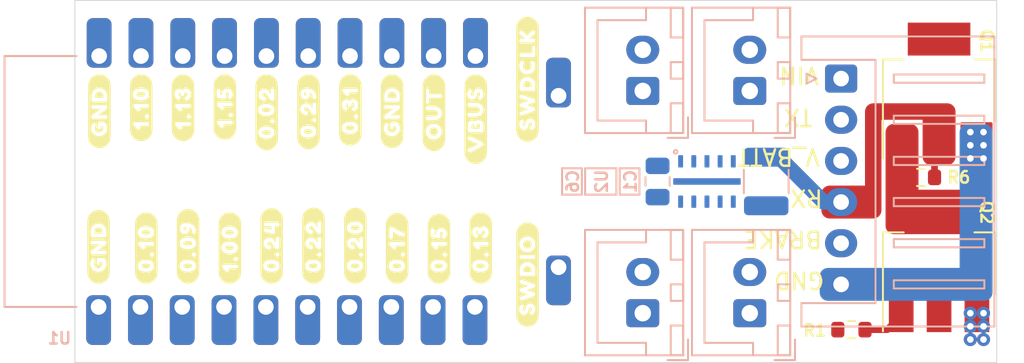
<source format=kicad_pcb>
(kicad_pcb (version 20210126) (generator pcbnew)
  (layers (0 "F.Cu" signal) (31 "B.Cu" signal) (34 "B.Paste" user) (35 "F.Paste" user) (36 "B.SilkS" user "B.Silkscreen") (37 "F.SilkS" user "F.Silkscreen") (38 "B.Mask" user) (39 "F.Mask" user) (44 "Edge.Cuts" user))
  (net 0 "")
  (net 1 "/TSDZ2_VIN")
  (net 2 "/TSDZ2_TX")
  (net 3 "/V_BATT")
  (net 4 "/TSDZ2_RX")
  (net 5 "/TSDZ2_BRAKE_INPUT")
  (net 6 "GND")
  (net 9 "VBUS")
  (net 10 "Net-(Q1-Pad1)")
  (net 11 "Net-(Q2-Pad1)")
  (net 12 "/P1.00")
  (footprint "buzzardLabel" (layer "F.Cu") (at 65.7352 63.5 90)
    (fp_text reference "" (at 0 0 90) (layer "F.SilkS") (effects (font (size 0.7 0.7))))
    (fp_text value "" (at 0 0 90) (layer "F.SilkS") (effects (font (size 0.7 0.7))))
  )
  (footprint "buzzardLabel" (layer "F.Cu") (at 68.2752 63.5 90)
    (fp_text reference "" (at 0 0 90) (layer "F.SilkS") (effects (font (size 0.7 0.7))))
    (fp_text value "" (at 0 0 90) (layer "F.SilkS") (effects (font (size 0.7 0.7))))
  )
  (footprint "buzzardLabel" (layer "F.Cu") (at 60.6552 63.5 90)
    (fp_text reference "" (at 0 0 90) (layer "F.SilkS") (effects (font (size 0.7 0.7))))
    (fp_text value "" (at 0 0 90) (layer "F.SilkS") (effects (font (size 0.7 0.7))))
  )
  (footprint "buzzardLabel" (layer "F.Cu") (at 63.1952 63.5 90)
    (fp_text reference "" (at 0 0 90) (layer "F.SilkS") (effects (font (size 0.7 0.7))))
    (fp_text value "" (at 0 0 90) (layer "F.SilkS") (effects (font (size 0.7 0.7))))
  )
  (footprint "Resistor_SMD:R_0603_1608Metric" (layer "F.Cu") (at 96.175 79 180)
    (fp_text reference "R1" (at 2.225 -0.05) (layer "F.SilkS") (effects (font (size 0.7 0.7))))
    (fp_text value "R_Small")
    (pad "1" smd roundrect (at -0.825 0 180) (size 0.8 0.95) (layers "F.Cu" "F.Paste" "F.Mask") (net 11 "Net-(Q2-Pad1)"))
    (pad "2" smd roundrect (at 0.825 0 180) (size 0.8 0.95) (layers "F.Cu" "F.Paste" "F.Mask") (net 12 "/P1.00"))
  )
  (footprint "buzzardLabel" (layer "F.Cu") (at 53.34 76.2 90)
    (fp_text reference "" (at 0 0 90) (layer "F.SilkS") (effects (font (size 0.7 0.7))))
    (fp_text value "" (at 0 0 90) (layer "F.SilkS") (effects (font (size 0.7 0.7))))
  )
  (footprint "buzzardLabel" (layer "F.Cu") (at 58.1152 63.5 90)
    (fp_text reference "" (at 0 0 90) (layer "F.SilkS") (effects (font (size 0.7 0.7))))
    (fp_text value "" (at 0 0 90) (layer "F.SilkS") (effects (font (size 0.7 0.7))))
  )
  (footprint "buzzardLabel" (layer "F.Cu") (at 53.0352 63.5 90)
    (fp_text reference "" (at 0 0 90) (layer "F.SilkS") (effects (font (size 0.7 0.7))))
    (fp_text value "" (at 0 0 90) (layer "F.SilkS") (effects (font (size 0.7 0.7))))
  )
  (footprint "buzzardLabel" (layer "F.Cu") (at 55.5752 63.5 90)
    (fp_text reference "" (at 0 0 90) (layer "F.SilkS") (effects (font (size 0.7 0.7))))
    (fp_text value "" (at 0 0 90) (layer "F.SilkS") (effects (font (size 0.7 0.7))))
  )
  (footprint "buzzardLabel" (layer "F.Cu") (at 76.5 72.5 90)
    (fp_text reference "" (at 0 0 90) (layer "F.SilkS") (effects (font (size 0.7 0.7))))
    (fp_text value "" (at 0 0 90) (layer "F.SilkS") (effects (font (size 0.7 0.7))))
  )
  (footprint "buzzardLabel" (layer "F.Cu") (at 50.4952 63.5 90)
    (fp_text reference "" (at 0 0 90) (layer "F.SilkS") (effects (font (size 0.7 0.7))))
    (fp_text value "" (at 0 0 90) (layer "F.SilkS") (effects (font (size 0.7 0.7))))
  )
  (footprint "buzzardLabel" (layer "F.Cu") (at 50.4444 76.2 90)
    (fp_text reference "" (at 0 0 90) (layer "F.SilkS") (effects (font (size 0.7 0.7))))
    (fp_text value "" (at 0 0 90) (layer "F.SilkS") (effects (font (size 0.7 0.7))))
  )
  (footprint "Package_TO_SOT_SMD:SOT-223-3_TabPin2" (layer "F.Cu") (at 101.5 75 90)
    (fp_text reference "Q2" (at 3.118 2.894 -90 unlocked) (layer "F.SilkS") (effects (font (size 0.7 0.7))))
    (fp_text value "BSP89")
    (pad "1" smd rect (at -3.15 -2.3 90) (size 2 1.5) (layers "F.Cu" "F.Paste" "F.Mask") (net 11 "Net-(Q2-Pad1)"))
    (pad "2" smd rect (at -3.15 0 90) (size 2 1.5) (layers "F.Cu" "F.Paste" "F.Mask") (net 10 "Net-(Q1-Pad1)"))
    (pad "2" smd rect (at 3.15 0 90) (size 2 3.8) (layers "F.Cu" "F.Paste" "F.Mask") (net 10 "Net-(Q1-Pad1)"))
    (pad "3" smd rect (at -3.15 2.3 90) (size 2 1.5) (layers "F.Cu" "F.Paste" "F.Mask") (net 6 "GND"))
  )
  (footprint "buzzardLabel" (layer "F.Cu") (at 55.88 76.2 90)
    (fp_text reference "" (at 0 0 90) (layer "F.SilkS") (effects (font (size 0.7 0.7))))
    (fp_text value "" (at 0 0 90) (layer "F.SilkS") (effects (font (size 0.7 0.7))))
  )
  (footprint "buzzardLabel" (layer "F.Cu") (at 73.66 76.2 90)
    (fp_text reference "" (at 0 0 90) (layer "F.SilkS") (effects (font (size 0.7 0.7))))
    (fp_text value "" (at 0 0 90) (layer "F.SilkS") (effects (font (size 0.7 0.7))))
  )
  (footprint "buzzardLabel" (layer "F.Cu") (at 76.5 60 90)
    (fp_text reference "" (at 0 0 90) (layer "F.SilkS") (effects (font (size 0.7 0.7))))
    (fp_text value "" (at 0 0 90) (layer "F.SilkS") (effects (font (size 0.7 0.7))))
  )
  (footprint "buzzardLabel" (layer "F.Cu") (at 66.04 76.2 90)
    (fp_text reference "" (at 0 0 90) (layer "F.SilkS") (effects (font (size 0.7 0.7))))
    (fp_text value "" (at 0 0 90) (layer "F.SilkS") (effects (font (size 0.7 0.7))))
  )
  (footprint "Package_TO_SOT_SMD:SOT-223-3_TabPin2" (layer "F.Cu") (at 101.5 64.5 90)
    (fp_text reference "Q1" (at 3.032 2.894 -90 unlocked) (layer "F.SilkS") (effects (font (size 0.7 0.7))))
    (fp_text value "BTS4140N ")
    (pad "1" smd rect (at -3.15 -2.3 90) (size 2 1.5) (layers "F.Cu" "F.Paste" "F.Mask") (net 10 "Net-(Q1-Pad1)"))
    (pad "2" smd rect (at -3.15 0 90) (size 2 1.5) (layers "F.Cu" "F.Paste" "F.Mask") (net 3 "/V_BATT"))
    (pad "2" smd rect (at 3.15 0 90) (size 2 3.8) (layers "F.Cu" "F.Paste" "F.Mask") (net 3 "/V_BATT"))
    (pad "3" smd rect (at -3.15 2.3 90) (size 2 1.5) (layers "F.Cu" "F.Paste" "F.Mask") (net 1 "/TSDZ2_VIN"))
  )
  (footprint "buzzardLabel" (layer "F.Cu") (at 68.58 76.2 90)
    (fp_text reference "" (at 0 0 90) (layer "F.SilkS") (effects (font (size 0.7 0.7))))
    (fp_text value "" (at 0 0 90) (layer "F.SilkS") (effects (font (size 0.7 0.7))))
  )
  (footprint "buzzardLabel" (layer "F.Cu") (at 71.12 76.2 90)
    (fp_text reference "" (at 0 0 90) (layer "F.SilkS") (effects (font (size 0.7 0.7))))
    (fp_text value "" (at 0 0 90) (layer "F.SilkS") (effects (font (size 0.7 0.7))))
  )
  (footprint "buzzardLabel" (layer "F.Cu") (at 70.8152 63.5 90)
    (fp_text reference "" (at 0 0 90) (layer "F.SilkS") (effects (font (size 0.7 0.7))))
    (fp_text value "" (at 0 0 90) (layer "F.SilkS") (effects (font (size 0.7 0.7))))
  )
  (footprint "buzzardLabel" (layer "F.Cu") (at 58.42 76.2 90)
    (fp_text reference "" (at 0 0 90) (layer "F.SilkS") (effects (font (size 0.7 0.7))))
    (fp_text value "" (at 0 0 90) (layer "F.SilkS") (effects (font (size 0.7 0.7))))
  )
  (footprint "buzzardLabel" (layer "F.Cu") (at 60.96 76.2 90)
    (fp_text reference "" (at 0 0 90) (layer "F.SilkS") (effects (font (size 0.7 0.7))))
    (fp_text value "" (at 0 0 90) (layer "F.SilkS") (effects (font (size 0.7 0.7))))
  )
  (footprint "buzzardLabel" (layer "F.Cu") (at 73.3552 63.5 90)
    (fp_text reference "" (at 0 0 90) (layer "F.SilkS") (effects (font (size 0.7 0.7))))
    (fp_text value "" (at 0 0 90) (layer "F.SilkS") (effects (font (size 0.7 0.7))))
  )
  (footprint "Resistor_SMD:R_0603_1608Metric" (layer "F.Cu") (at 100.4 69.75 180)
    (fp_text reference "R6" (at -2.3 0) (layer "F.SilkS") (effects (font (size 0.7 0.7))))
    (fp_text value "R_Small")
    (pad "1" smd roundrect (at -0.825 0 180) (size 0.8 0.95) (layers "F.Cu" "F.Paste" "F.Mask") (net 3 "/V_BATT"))
    (pad "2" smd roundrect (at 0.825 0 180) (size 0.8 0.95) (layers "F.Cu" "F.Paste" "F.Mask") (net 10 "Net-(Q1-Pad1)"))
  )
  (footprint "buzzardLabel" (layer "F.Cu") (at 63.5 76.2 90)
    (fp_text reference "" (at 0 0 90) (layer "F.SilkS") (effects (font (size 0.7 0.7))))
    (fp_text value "" (at 0 0 90) (layer "F.SilkS") (effects (font (size 0.7 0.7))))
  )
  (footprint "stanislao_nrf-backups:TPSM265R1" (layer "B.Cu") (at 87.4 70 -90)
    (fp_text reference "U2" (at 0 6.4 -270 unlocked) (layer "B.SilkS") (effects (font (size 0.7 0.7)) (justify mirror)))
    (fp_text value "TPSM265R1")
    (pad "1" smd roundrect (at -1.225 1.6 270) (size 0.75 0.3) (layers "B.Cu" "B.Paste" "B.Mask") (roundrect_rratio 0.167) (net 9 "VBUS"))
    (pad "2" smd roundrect (at -1.225 0.8 270) (size 0.75 0.3) (layers "B.Cu" "B.Paste" "B.Mask") (roundrect_rratio 0.167))
    (pad "3" smd roundrect (at -1.225 0 270) (size 0.75 0.3) (layers "B.Cu" "B.Paste" "B.Mask") (roundrect_rratio 0.167) (net 6 "GND"))
    (pad "4" smd roundrect (at -1.225 -0.8 270) (size 0.75 0.3) (layers "B.Cu" "B.Paste" "B.Mask") (roundrect_rratio 0.167) (net 3 "/V_BATT"))
    (pad "5" smd roundrect (at -1.225 -1.6 270) (size 0.75 0.3) (layers "B.Cu" "B.Paste" "B.Mask") (roundrect_rratio 0.167) (net 3 "/V_BATT"))
    (pad "6" smd roundrect (at 1.225 -1.6 270) (size 0.75 0.3) (layers "B.Cu" "B.Paste" "B.Mask") (roundrect_rratio 0.167) (net 6 "GND"))
    (pad "7" smd roundrect (at 1.225 -0.8 270) (size 0.75 0.3) (layers "B.Cu" "B.Paste" "B.Mask") (roundrect_rratio 0.167))
    (pad "8" smd roundrect (at 1.225 0 270) (size 0.75 0.3) (layers "B.Cu" "B.Paste" "B.Mask") (roundrect_rratio 0.167) (net 9 "VBUS"))
    (pad "9" smd roundrect (at 1.225 0.8 270) (size 0.75 0.3) (layers "B.Cu" "B.Paste" "B.Mask") (roundrect_rratio 0.167) (net 3 "/V_BATT"))
    (pad "10" smd roundrect (at 1.225 1.6 270) (size 0.75 0.3) (layers "B.Cu" "B.Paste" "B.Mask") (roundrect_rratio 0.167))
    (pad "11" smd roundrect (at 0 0 180) (size 4.1 0.4) (layers "B.Cu" "B.Paste" "B.Mask") (roundrect_rratio 0.125) (net 6 "GND"))
    (zone (net 0) (net_name "") (layer "B.Cu") (connect_pads (clearance 0)) (min_thickness 0.254)
      (keepout (tracks not_allowed) (vias not_allowed) (pads not_allowed) (copperpour not_allowed) (footprints allowed))
      (fill (thermal_gap 0.508) (thermal_bridge_width 0.508))
      (polygon (pts (xy 86 70.8) (xy 86 71.65) (xy 86.4 71.65) (xy 86.4 70.8) (xy 86.8 70.8) (xy 86.8 71.65) (xy 87.2 71.65) (xy 87.2 70.8) (xy 87.6 70.8) (xy 87.6 71.65) (xy 88 71.65) (xy 88 70.25) (xy 85.3 70.25) (xy 85.3 70.8)))
    )
    (zone (net 0) (net_name "") (layer "B.Cu") (connect_pads (clearance 0)) (min_thickness 0.254)
      (keepout (tracks not_allowed) (vias not_allowed) (pads not_allowed) (copperpour not_allowed) (footprints allowed))
      (fill (thermal_gap 0.508) (thermal_bridge_width 0.508))
      (polygon (pts (xy 87.2 69.75) (xy 87.2 68.35) (xy 86.8 68.35) (xy 86.8 69.2) (xy 86.4 69.2) (xy 86.4 68.35) (xy 86 68.35) (xy 86 69.2) (xy 85.3 69.2) (xy 85.3 69.75)))
    )
    (zone (net 0) (net_name "") (layer "B.Cu") (connect_pads (clearance 0)) (min_thickness 0.254)
      (keepout (tracks not_allowed) (vias not_allowed) (pads not_allowed) (copperpour not_allowed) (footprints allowed))
      (fill (thermal_gap 0.508) (thermal_bridge_width 0.508))
      (polygon (pts (xy 89.5 69.75) (xy 89.5 69.2) (xy 88 69.2) (xy 88 68.35) (xy 87.6 68.35) (xy 87.6 69.75)))
    )
  )
  (footprint "Connector_JST:JST_XH_S6B-XH-A_1x06_P2.50mm_Horizontal" (layer "B.Cu") (at 95.55 63.75 -90)
    (fp_text reference "J1" hide)
    (fp_text value "JST_HX_S6B")
    (pad "1" thru_hole roundrect (at 0 0 270) (size 1.7 1.95) (drill 0.95) (layers *.Cu *.Mask) (roundrect_rratio 0.1470588235294118) (net 6 "GND"))
    (pad "2" thru_hole oval (at 2.5 0 270) (size 1.7 1.95) (drill 0.95) (layers *.Cu *.Mask) (net 5 "/TSDZ2_BRAKE_INPUT"))
    (pad "3" thru_hole oval (at 5 0 270) (size 1.7 1.95) (drill 0.95) (layers *.Cu *.Mask) (net 4 "/TSDZ2_RX"))
    (pad "4" thru_hole oval (at 7.5 0 270) (size 1.7 1.95) (drill 0.95) (layers *.Cu *.Mask) (net 3 "/V_BATT"))
    (pad "5" thru_hole oval (at 10 0 270) (size 1.7 1.95) (drill 0.95) (layers *.Cu *.Mask) (net 2 "/TSDZ2_TX"))
    (pad "6" thru_hole oval (at 12.5 0 270) (size 1.7 1.95) (drill 0.95) (layers *.Cu *.Mask) (net 1 "/TSDZ2_VIN"))
  )
  (footprint "Connector_JST:JST_XH_B2B-XH-A_1x02_P2.50mm_Vertical" (layer "B.Cu") (at 83.5 64.5 90)
    (fp_text reference "J5" hide)
    (fp_text value "Conn_01x02")
    (pad "1" thru_hole roundrect (at 0 0 90) (size 1.7 2) (drill 1) (layers *.Cu *.Mask) (roundrect_rratio 0.147059))
    (pad "2" thru_hole oval (at 2.5 0 90) (size 1.7 2) (drill 1) (layers *.Cu *.Mask))
  )
  (footprint "Connector_JST:JST_XH_B2B-XH-A_1x02_P2.50mm_Vertical" (layer "B.Cu") (at 83.5 78 90)
    (fp_text reference "J3" hide)
    (fp_text value "Conn_01x02")
    (pad "1" thru_hole roundrect (at 0 0 90) (size 1.7 2) (drill 1) (layers *.Cu *.Mask) (roundrect_rratio 0.147059))
    (pad "2" thru_hole oval (at 2.5 0 90) (size 1.7 2) (drill 1) (layers *.Cu *.Mask))
  )
  (footprint "Connector_JST:JST_XH_B2B-XH-A_1x02_P2.50mm_Vertical" (layer "B.Cu") (at 90 64.5 90)
    (fp_text reference "J4" hide)
    (fp_text value "Conn_01x02")
    (pad "1" thru_hole roundrect (at 0 0 90) (size 1.7 2) (drill 1) (layers *.Cu *.Mask) (roundrect_rratio 0.147059))
    (pad "2" thru_hole oval (at 2.5 0 90) (size 1.7 2) (drill 1) (layers *.Cu *.Mask))
  )
  (footprint "Capacitor_SMD:C_1210_3225Metric" (layer "B.Cu") (at 91 70 -90)
    (fp_text reference "C1" (at 0 8.25 -90) (layer "B.SilkS") (effects (font (size 0.7 0.7)) (justify mirror)))
    (fp_text value "2.2uF")
    (pad "1" smd roundrect (at -1.475 0 270) (size 1.15 2.7) (layers "B.Cu" "B.Paste" "B.Mask") (roundrect_rratio 0.217391) (net 3 "/V_BATT"))
    (pad "2" smd roundrect (at 1.475 0 270) (size 1.15 2.7) (layers "B.Cu" "B.Paste" "B.Mask") (roundrect_rratio 0.217391) (net 6 "GND"))
  )
  (footprint "Capacitor_SMD:C_0805_2012Metric" (layer "B.Cu") (at 84.4 70 -90)
    (fp_text reference "C6" (at 0 5.15 90) (layer "B.SilkS") (effects (font (size 0.7 0.7)) (justify mirror)))
    (fp_text value "22uF")
    (pad "1" smd roundrect (at -0.95 0 270) (size 1 1.45) (layers "B.Cu" "B.Paste" "B.Mask") (net 9 "VBUS"))
    (pad "2" smd roundrect (at 0.95 0 270) (size 1 1.45) (layers "B.Cu" "B.Paste" "B.Mask") (net 6 "GND"))
  )
  (footprint "stanislao_nrf-backups:MODULE_NRF52840-DONGLE" (layer "B.Cu") (at 67.75 70)
    (fp_text reference "U1" (at -19.685 9.525 180) (layer "B.SilkS") (effects (font (size 0.7 0.7)) (justify mirror)))
    (fp_text value "NRF52840-DONGLE")
    (pad "0.02" thru_hole roundrect (at -7.112 -7.62 270) (size 3.016 1.508) (drill 0.95 (offset -0.8 0)) (layers *.Cu *.Mask))
    (pad "0.09" thru_hole roundrect (at -12.225 7.62 270) (size 3.016 1.508) (drill 0.95 (offset 0.8 0)) (layers *.Cu *.Mask) (net 5 "/TSDZ2_BRAKE_INPUT"))
    (pad "0.10" thru_hole roundrect (at -14.765 7.62 270) (size 3.016 1.508) (drill 0.95 (offset 0.8 0)) (layers *.Cu *.Mask))
    (pad "0.13" thru_hole roundrect (at 5.555 7.62 270) (size 3.016 1.508) (drill 0.95 (offset 0.8 0)) (layers *.Cu *.Mask))
    (pad "0.15" thru_hole roundrect (at 3.015 7.62 270) (size 3.016 1.508) (drill 0.95 (offset 0.8 0)) (layers *.Cu *.Mask))
    (pad "0.17" thru_hole roundrect (at 0.475 7.62 270) (size 3.016 1.508) (drill 0.95 (offset 0.8 0)) (layers *.Cu *.Mask))
    (pad "0.20" thru_hole roundrect (at -2.065 7.62 270) (size 3.016 1.508) (drill 0.95 (offset 0.8 0)) (layers *.Cu *.Mask))
    (pad "0.22" thru_hole roundrect (at -4.605 7.62 270) (size 3.016 1.508) (drill 0.95 (offset 0.8 0)) (layers *.Cu *.Mask) (net 4 "/TSDZ2_RX"))
    (pad "0.24" thru_hole roundrect (at -7.145 7.62 270) (size 3.016 1.508) (drill 0.95 (offset 0.8 0)) (layers *.Cu *.Mask) (net 2 "/TSDZ2_TX"))
    (pad "0.29" thru_hole roundrect (at -4.572 -7.62 270) (size 3.016 1.508) (drill 0.95 (offset -0.8 0)) (layers *.Cu *.Mask))
    (pad "0.31" thru_hole roundrect (at -2.032 -7.62 270) (size 3.016 1.508) (drill 0.95 (offset -0.8 0)) (layers *.Cu *.Mask))
    (pad "1.00" thru_hole roundrect (at -9.685 7.62 270) (size 3.016 1.508) (drill 0.95 (offset 0.8 0)) (layers *.Cu *.Mask) (net 12 "/P1.00"))
    (pad "1.10" thru_hole roundrect (at -14.732 -7.62 270) (size 3.016 1.508) (drill 0.95 (offset -0.8 0)) (layers *.Cu *.Mask))
    (pad "1.13" thru_hole roundrect (at -12.192 -7.62 270) (size 3.016 1.508) (drill 0.95 (offset -0.8 0)) (layers *.Cu *.Mask))
    (pad "1.15" thru_hole roundrect (at -9.652 -7.62 270) (size 3.016 1.508) (drill 0.95 (offset -0.8 0)) (layers *.Cu *.Mask))
    (pad "G1" thru_hole roundrect (at -17.305 7.62 270) (size 3.016 1.508) (drill 0.95 (offset 0.8 0)) (layers *.Cu *.Mask) (net 6 "GND"))
    (pad "G2" thru_hole roundrect (at -17.272 -7.62 270) (size 3.016 1.508) (drill 0.95 (offset -0.8 0)) (layers *.Cu *.Mask) (net 6 "GND"))
    (pad "G3" thru_hole roundrect (at 0.508 -7.62 270) (size 3.016 1.508) (drill 0.95 (offset -0.8 0)) (layers *.Cu *.Mask) (net 6 "GND"))
    (pad "OUT" thru_hole roundrect (at 3.048 -7.62 270) (size 3.016 1.508) (drill 0.95 (offset -0.8 0)) (layers *.Cu *.Mask))
    (pad "SWDCLK" thru_hole roundrect (at 10.635 -5.207 270) (size 3.016 1.508) (drill 0.95 (offset -0.8 0)) (layers *.Cu *.Mask))
    (pad "SWDIO" thru_hole roundrect (at 10.635 5.207 270) (size 3.016 1.508) (drill 0.95 (offset 0.8 0)) (layers *.Cu *.Mask))
    (pad "VBUS" thru_hole roundrect (at 5.588 -7.62 270) (size 3.016 1.508) (drill 0.95 (offset -0.8 0)) (layers *.Cu *.Mask) (net 9 "VBUS"))
  )
  (footprint "Connector_JST:JST_XH_B2B-XH-A_1x02_P2.50mm_Vertical" (layer "B.Cu") (at 90 78 90)
    (fp_text reference "J2" hide)
    (fp_text value "Conn_01x02")
    (pad "1" thru_hole roundrect (at 0 0 90) (size 1.7 2) (drill 1) (layers *.Cu *.Mask) (roundrect_rratio 0.147059))
    (pad "2" thru_hole oval (at 2.5 0 90) (size 1.7 2) (drill 1) (layers *.Cu *.Mask))
  )
  (gr_line (start 81.9 70.8) (end 81.9 69.2) (layer "B.SilkS") (width 0.12))
  (gr_line (start 83.3 70.8) (end 83.3 69.2) (layer "B.SilkS") (width 0.12))
  (gr_line (start 79.8 69.2) (end 79.8 70.8) (layer "B.SilkS") (width 0.12))
  (gr_line (start 78.6 69.2) (end 79.8 69.2) (layer "B.SilkS") (width 0.12))
  (gr_line (start 82.1 70.8) (end 83.3 70.8) (layer "B.SilkS") (width 0.12))
  (gr_line (start 80 70.8) (end 81.9 70.8) (layer "B.SilkS") (width 0.12))
  (gr_line (start 81.9 69.2) (end 80 69.2) (layer "B.SilkS") (width 0.12))
  (gr_line (start 82.1 69.2) (end 82.1 70.8) (layer "B.SilkS") (width 0.12))
  (gr_line (start 80 69.2) (end 80 70.8) (layer "B.SilkS") (width 0.12))
  (gr_line (start 78.6 70.8) (end 78.6 69.2) (layer "B.SilkS") (width 0.12))
  (gr_line (start 83.3 69.2) (end 82.1 69.2) (layer "B.SilkS") (width 0.12))
  (gr_line (start 79.8 70.8) (end 78.6 70.8) (layer "B.SilkS") (width 0.12))
  (gr_line (start 49 59) (end 49 81) (layer "Edge.Cuts") (width 0.05))
  (gr_line (start 49 81) (end 105 81) (layer "Edge.Cuts") (width 0.05))
  (gr_line (start 105 60) (end 105 59) (layer "Edge.Cuts") (width 0.05))
  (gr_line (start 105 59) (end 49 59) (layer "Edge.Cuts") (width 0.05))
  (gr_line (start 105 81) (end 105 60) (layer "Edge.Cuts") (width 0.05))
  (gr_text "VIN" (at 92.999999 63.55 180) (layer "F.SilkS") (effects (font (size 1 1))))
  (gr_text "V_BATT" (at 91.749999 68.5 180) (layer "F.SilkS") (effects (font (size 1 1))))
  (gr_text "GND" (at 93 76 180) (layer "F.SilkS") (effects (font (size 1 1))))
  (gr_text "RX" (at 93.448 71 180) (layer "F.SilkS") (effects (font (size 1 1))))
  (gr_text "TX" (at 92.939999 66.09 180) (layer "F.SilkS") (effects (font (size 1 1))))
  (gr_text "BRAKE" (at 92 73.5 180) (layer "F.SilkS") (effects (font (size 1 1))))
  (via (at 103.4 67) (size 0.8) (drill 0.4) (layers "F.Cu" "B.Cu") (net 1))
  (via (at 104.2 68.6) (size 0.8) (drill 0.4) (layers "F.Cu" "B.Cu") (net 1))
  (via (at 103.4 68.6) (size 0.8) (drill 0.4) (layers "F.Cu" "B.Cu") (net 1))
  (via (at 104.2 67) (size 0.8) (drill 0.4) (layers "F.Cu" "B.Cu") (net 1))
  (via (at 103.4 67.8) (size 0.8) (drill 0.4) (layers "F.Cu" "B.Cu") (net 1))
  (via (at 104.2 67.8) (size 0.8) (drill 0.4) (layers "F.Cu" "B.Cu") (net 1))
  (segment (start 95.55 73.75) (end 95.55 74.2) (width 0.254) (layer "B.Cu") (net 2))
  (segment (start 60.75 78.5) (end 60.815 78.5) (width 0.254) (layer "B.Cu") (net 2))
  (segment (start 101.225 69.75) (end 101.225 67.925) (width 0.4064) (layer "F.Cu") (net 3))
  (segment (start 101.225 67.925) (end 101.5 67.65) (width 0.4064) (layer "F.Cu") (net 3))
  (segment (start 95.55 71.25) (end 94.5 71.25) (width 0.9144) (layer "B.Cu") (net 3))
  (segment (start 91.775 68.525) (end 91 68.525) (width 0.9144) (layer "B.Cu") (net 3))
  (segment (start 94.5 71.25) (end 91.775 68.525) (width 0.9144) (layer "B.Cu") (net 3))
  (via (at 104.2 79.6) (size 0.8) (drill 0.4) (layers "F.Cu" "B.Cu") (net 6))
  (via (at 103.4 78.8) (size 0.8) (drill 0.4) (layers "F.Cu" "B.Cu") (net 6))
  (via (at 104.2 78) (size 0.8) (drill 0.4) (layers "F.Cu" "B.Cu") (net 6))
  (via (at 103.4 79.6) (size 0.8) (drill 0.4) (layers "F.Cu" "B.Cu") (net 6))
  (via (at 104.2 78.8) (size 0.8) (drill 0.4) (layers "F.Cu" "B.Cu") (net 6))
  (via (at 103.4 78) (size 0.8) (drill 0.4) (layers "F.Cu" "B.Cu") (net 6))
  (segment (start 99.2 78.15) (end 99.2 78.3) (width 0.254) (layer "F.Cu") (net 11))
  (segment (start 98.35 79) (end 99.2 78.15) (width 0.4064) (layer "F.Cu") (net 11))
  (segment (start 99.2 78.3) (end 98.5 79) (width 0.254) (layer "F.Cu") (net 11))
  (segment (start 97 79) (end 98.35 79) (width 0.4064) (layer "F.Cu") (net 11))
  (zone (net 10) (net_name "Net-(Q1-Pad1)") (layer "F.Cu") (priority 1) (connect_pads yes (clearance 0.254)) (min_thickness 0.1524) (fill yes (thermal_gap 0.254) (thermal_bridge_width 0.254) (smoothing fillet) (radius 0.5))
    (polygon (pts (xy 100.25 66.5) (xy 100.25 70.25) (xy 100.25 70.5) (xy 103.5 70.5) (xy 103.75 70.5) (xy 103.75 73) (xy 103.75 73.2) (xy 98.25 73.2) (xy 98.25 72.75) (xy 98.25 66.5) (xy 98.5 66.5) (xy 100 66.5)))
  )
  (zone (net 3) (net_name "/V_BATT") (layer "F.Cu") (priority 1) (connect_pads yes (clearance 0.254)) (min_thickness 0.1524) (fill yes (thermal_gap 0.254) (thermal_bridge_width 0.254) (smoothing fillet) (radius 0.5))
    (polygon (pts (xy 102.5 65.5) (xy 102.5 68.75) (xy 102.5 69) (xy 100.5 69) (xy 100.5 68.75) (xy 100.5 66.5) (xy 100.5 66.25) (xy 98 66.25) (xy 98 66.5) (xy 98 72.25) (xy 97.75 72.25) (xy 94.35 72.25) (xy 94.35 70.25) (xy 96.75 70.25) (xy 97 70.25) (xy 97 65.5) (xy 97 65.25) (xy 102.5 65.25)))
  )
  (zone (net 1) (net_name "/TSDZ2_VIN") (layer "F.Cu") (priority 1) (connect_pads yes (clearance 0.254)) (min_thickness 0.1524) (fill yes (thermal_gap 0.254) (thermal_bridge_width 0.254))
    (polygon (pts (xy 104.8 69.2) (xy 102.8 69.2) (xy 102.8 66.4) (xy 104.8 66.4)))
  )
  (zone (net 1) (net_name "/TSDZ2_VIN") (layer "B.Cu") (priority 1) (connect_pads yes (clearance 0.254)) (min_thickness 0.1524) (fill yes (thermal_gap 0.254) (thermal_bridge_width 0.254) (smoothing fillet) (radius 0.5))
    (polygon (pts (xy 104.75 66.5) (xy 104.75 77.25) (xy 104.5 77.25) (xy 94.25 77.25) (xy 94.25 76.75) (xy 94.25 75.75) (xy 94.25 75.25) (xy 102.5 75.25) (xy 102.75 75.25) (xy 102.75 66.5) (xy 103 66.5) (xy 104.5 66.5)))
  )
)
</source>
